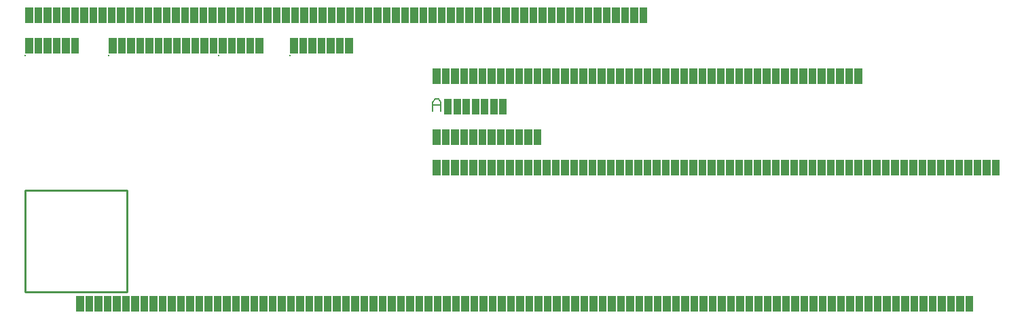
<source format=gbr>
G04 start of page 4 for group -3984 idx -3984 *
G04 Title: text on both sides, fab *
G04 Creator: <version>
G04 CreationDate: <date>
G04 For:  *
G04 Format: Gerber/RS-274X *
G04 PCB-Dimensions: 50000 50000 *
G04 PCB-Coordinate-Origin: lower left *
%MOIN*%
%FSLAX25Y25*%
%LNFAB*%
%ADD16C,0.0060*%
%ADD15C,0.0100*%
%ADD14C,0.0080*%
%ADD13C,0.0001*%
G54D13*G36*
X0Y125000D02*Y117500D01*
X3750D01*
Y125000D01*
X0D01*
G37*
G36*
X4500D02*Y117500D01*
X8250D01*
Y125000D01*
X4500D01*
G37*
G36*
X9000D02*Y117500D01*
X12750D01*
Y125000D01*
X9000D01*
G37*
G36*
X13500D02*Y117500D01*
X17250D01*
Y125000D01*
X13500D01*
G37*
G36*
X18000D02*Y117500D01*
X21750D01*
Y125000D01*
X18000D01*
G37*
G36*
X22500D02*Y117500D01*
X26250D01*
Y125000D01*
X22500D01*
G37*
G54D14*X0Y116500D03*
G54D13*G36*
X41000Y125000D02*Y117500D01*
X44750D01*
Y125000D01*
X41000D01*
G37*
G36*
X45500D02*Y117500D01*
X49250D01*
Y125000D01*
X45500D01*
G37*
G36*
X50000D02*Y117500D01*
X53750D01*
Y125000D01*
X50000D01*
G37*
G36*
X54500D02*Y117500D01*
X58250D01*
Y125000D01*
X54500D01*
G37*
G36*
X59000D02*Y117500D01*
X62750D01*
Y125000D01*
X59000D01*
G37*
G36*
X63500D02*Y117500D01*
X67250D01*
Y125000D01*
X63500D01*
G37*
G36*
X68000D02*Y117500D01*
X71750D01*
Y125000D01*
X68000D01*
G37*
G36*
X72500D02*Y117500D01*
X76250D01*
Y125000D01*
X72500D01*
G37*
G36*
X77000D02*Y117500D01*
X80750D01*
Y125000D01*
X77000D01*
G37*
G36*
X81500D02*Y117500D01*
X85250D01*
Y125000D01*
X81500D01*
G37*
G36*
X86000D02*Y117500D01*
X89750D01*
Y125000D01*
X86000D01*
G37*
G36*
X90500D02*Y117500D01*
X94250D01*
Y125000D01*
X90500D01*
G37*
G54D14*X41000Y116500D03*
G54D13*G36*
X95000Y125000D02*Y117500D01*
X98750D01*
Y125000D01*
X95000D01*
G37*
G36*
X99500D02*Y117500D01*
X103250D01*
Y125000D01*
X99500D01*
G37*
G36*
X104000D02*Y117500D01*
X107750D01*
Y125000D01*
X104000D01*
G37*
G36*
X108500D02*Y117500D01*
X112250D01*
Y125000D01*
X108500D01*
G37*
G36*
X113000D02*Y117500D01*
X116750D01*
Y125000D01*
X113000D01*
G37*
G54D14*X95000Y116500D03*
G54D13*G36*
X130000Y125000D02*Y117500D01*
X133750D01*
Y125000D01*
X130000D01*
G37*
G36*
X134500D02*Y117500D01*
X138250D01*
Y125000D01*
X134500D01*
G37*
G36*
X139000D02*Y117500D01*
X142750D01*
Y125000D01*
X139000D01*
G37*
G36*
X143500D02*Y117500D01*
X147250D01*
Y125000D01*
X143500D01*
G37*
G36*
X148000D02*Y117500D01*
X151750D01*
Y125000D01*
X148000D01*
G37*
G36*
X152500D02*Y117500D01*
X156250D01*
Y125000D01*
X152500D01*
G37*
G36*
X157000D02*Y117500D01*
X160750D01*
Y125000D01*
X157000D01*
G37*
G54D14*X130000Y116500D03*
G54D13*G36*
X0Y140000D02*Y132500D01*
X3750D01*
Y140000D01*
X0D01*
G37*
G36*
X4500D02*Y132500D01*
X8250D01*
Y140000D01*
X4500D01*
G37*
G36*
X9000D02*Y132500D01*
X12750D01*
Y140000D01*
X9000D01*
G37*
G36*
X13500D02*Y132500D01*
X17250D01*
Y140000D01*
X13500D01*
G37*
G36*
X18000D02*Y132500D01*
X21750D01*
Y140000D01*
X18000D01*
G37*
G36*
X22500D02*Y132500D01*
X26250D01*
Y140000D01*
X22500D01*
G37*
G36*
X27000D02*Y132500D01*
X30750D01*
Y140000D01*
X27000D01*
G37*
G36*
X31500D02*Y132500D01*
X35250D01*
Y140000D01*
X31500D01*
G37*
G36*
X36000D02*Y132500D01*
X39750D01*
Y140000D01*
X36000D01*
G37*
G36*
X40500D02*Y132500D01*
X44250D01*
Y140000D01*
X40500D01*
G37*
G36*
X45000D02*Y132500D01*
X48750D01*
Y140000D01*
X45000D01*
G37*
G36*
X49500D02*Y132500D01*
X53250D01*
Y140000D01*
X49500D01*
G37*
G36*
X54000D02*Y132500D01*
X57750D01*
Y140000D01*
X54000D01*
G37*
G36*
X58500D02*Y132500D01*
X62250D01*
Y140000D01*
X58500D01*
G37*
G36*
X63000D02*Y132500D01*
X66750D01*
Y140000D01*
X63000D01*
G37*
G36*
X67500D02*Y132500D01*
X71250D01*
Y140000D01*
X67500D01*
G37*
G36*
X72000D02*Y132500D01*
X75750D01*
Y140000D01*
X72000D01*
G37*
G36*
X76500D02*Y132500D01*
X80250D01*
Y140000D01*
X76500D01*
G37*
G36*
X81000D02*Y132500D01*
X84750D01*
Y140000D01*
X81000D01*
G37*
G36*
X85500D02*Y132500D01*
X89250D01*
Y140000D01*
X85500D01*
G37*
G36*
X90000D02*Y132500D01*
X93750D01*
Y140000D01*
X90000D01*
G37*
G36*
X94500D02*Y132500D01*
X98250D01*
Y140000D01*
X94500D01*
G37*
G36*
X99000D02*Y132500D01*
X102750D01*
Y140000D01*
X99000D01*
G37*
G36*
X103500D02*Y132500D01*
X107250D01*
Y140000D01*
X103500D01*
G37*
G36*
X108000D02*Y132500D01*
X111750D01*
Y140000D01*
X108000D01*
G37*
G36*
X112500D02*Y132500D01*
X116250D01*
Y140000D01*
X112500D01*
G37*
G36*
X117000D02*Y132500D01*
X120750D01*
Y140000D01*
X117000D01*
G37*
G36*
X121500D02*Y132500D01*
X125250D01*
Y140000D01*
X121500D01*
G37*
G36*
X126000D02*Y132500D01*
X129750D01*
Y140000D01*
X126000D01*
G37*
G36*
X130500D02*Y132500D01*
X134250D01*
Y140000D01*
X130500D01*
G37*
G36*
X135000D02*Y132500D01*
X138750D01*
Y140000D01*
X135000D01*
G37*
G36*
X139500D02*Y132500D01*
X143250D01*
Y140000D01*
X139500D01*
G37*
G36*
X144000D02*Y132500D01*
X147750D01*
Y140000D01*
X144000D01*
G37*
G36*
X148500D02*Y132500D01*
X152250D01*
Y140000D01*
X148500D01*
G37*
G36*
X153000D02*Y132500D01*
X156750D01*
Y140000D01*
X153000D01*
G37*
G36*
X157500D02*Y132500D01*
X161250D01*
Y140000D01*
X157500D01*
G37*
G36*
X162000D02*Y132500D01*
X165750D01*
Y140000D01*
X162000D01*
G37*
G36*
X166500D02*Y132500D01*
X170250D01*
Y140000D01*
X166500D01*
G37*
G36*
X171000D02*Y132500D01*
X174750D01*
Y140000D01*
X171000D01*
G37*
G36*
X175500D02*Y132500D01*
X179250D01*
Y140000D01*
X175500D01*
G37*
G36*
X180000D02*Y132500D01*
X183750D01*
Y140000D01*
X180000D01*
G37*
G36*
X184500D02*Y132500D01*
X188250D01*
Y140000D01*
X184500D01*
G37*
G36*
X189000D02*Y132500D01*
X192750D01*
Y140000D01*
X189000D01*
G37*
G36*
X193500D02*Y132500D01*
X197250D01*
Y140000D01*
X193500D01*
G37*
G36*
X198000D02*Y132500D01*
X201750D01*
Y140000D01*
X198000D01*
G37*
G36*
X202500D02*Y132500D01*
X206250D01*
Y140000D01*
X202500D01*
G37*
G36*
X207000D02*Y132500D01*
X210750D01*
Y140000D01*
X207000D01*
G37*
G36*
X211500D02*Y132500D01*
X215250D01*
Y140000D01*
X211500D01*
G37*
G36*
X216000D02*Y132500D01*
X219750D01*
Y140000D01*
X216000D01*
G37*
G36*
X220500D02*Y132500D01*
X224250D01*
Y140000D01*
X220500D01*
G37*
G36*
X225000D02*Y132500D01*
X228750D01*
Y140000D01*
X225000D01*
G37*
G36*
X229500D02*Y132500D01*
X233250D01*
Y140000D01*
X229500D01*
G37*
G36*
X234000D02*Y132500D01*
X237750D01*
Y140000D01*
X234000D01*
G37*
G36*
X238500D02*Y132500D01*
X242250D01*
Y140000D01*
X238500D01*
G37*
G36*
X243000D02*Y132500D01*
X246750D01*
Y140000D01*
X243000D01*
G37*
G36*
X247500D02*Y132500D01*
X251250D01*
Y140000D01*
X247500D01*
G37*
G36*
X252000D02*Y132500D01*
X255750D01*
Y140000D01*
X252000D01*
G37*
G36*
X256500D02*Y132500D01*
X260250D01*
Y140000D01*
X256500D01*
G37*
G36*
X261000D02*Y132500D01*
X264750D01*
Y140000D01*
X261000D01*
G37*
G36*
X265500D02*Y132500D01*
X269250D01*
Y140000D01*
X265500D01*
G37*
G36*
X270000D02*Y132500D01*
X273750D01*
Y140000D01*
X270000D01*
G37*
G36*
X274500D02*Y132500D01*
X278250D01*
Y140000D01*
X274500D01*
G37*
G36*
X279000D02*Y132500D01*
X282750D01*
Y140000D01*
X279000D01*
G37*
G36*
X283500D02*Y132500D01*
X287250D01*
Y140000D01*
X283500D01*
G37*
G36*
X288000D02*Y132500D01*
X291750D01*
Y140000D01*
X288000D01*
G37*
G36*
X292500D02*Y132500D01*
X296250D01*
Y140000D01*
X292500D01*
G37*
G36*
X297000D02*Y132500D01*
X300750D01*
Y140000D01*
X297000D01*
G37*
G36*
X301500D02*Y132500D01*
X305250D01*
Y140000D01*
X301500D01*
G37*
G54D15*X0Y50000D02*X50000D01*
X0D02*Y0D01*
X50000Y50000D02*Y0D01*
X0D02*X50000D01*
G54D13*G36*
X200000Y65000D02*Y57500D01*
X203750D01*
Y65000D01*
X200000D01*
G37*
G36*
X204500D02*Y57500D01*
X208250D01*
Y65000D01*
X204500D01*
G37*
G36*
X209000D02*Y57500D01*
X212750D01*
Y65000D01*
X209000D01*
G37*
G36*
X213500D02*Y57500D01*
X217250D01*
Y65000D01*
X213500D01*
G37*
G36*
X218000D02*Y57500D01*
X221750D01*
Y65000D01*
X218000D01*
G37*
G36*
X222500D02*Y57500D01*
X226250D01*
Y65000D01*
X222500D01*
G37*
G36*
X227000D02*Y57500D01*
X230750D01*
Y65000D01*
X227000D01*
G37*
G36*
X231500D02*Y57500D01*
X235250D01*
Y65000D01*
X231500D01*
G37*
G36*
X236000D02*Y57500D01*
X239750D01*
Y65000D01*
X236000D01*
G37*
G36*
X240500D02*Y57500D01*
X244250D01*
Y65000D01*
X240500D01*
G37*
G36*
X245000D02*Y57500D01*
X248750D01*
Y65000D01*
X245000D01*
G37*
G36*
X249500D02*Y57500D01*
X253250D01*
Y65000D01*
X249500D01*
G37*
G36*
X254000D02*Y57500D01*
X257750D01*
Y65000D01*
X254000D01*
G37*
G36*
X258500D02*Y57500D01*
X262250D01*
Y65000D01*
X258500D01*
G37*
G36*
X263000D02*Y57500D01*
X266750D01*
Y65000D01*
X263000D01*
G37*
G36*
X267500D02*Y57500D01*
X271250D01*
Y65000D01*
X267500D01*
G37*
G36*
X272000D02*Y57500D01*
X275750D01*
Y65000D01*
X272000D01*
G37*
G36*
X276500D02*Y57500D01*
X280250D01*
Y65000D01*
X276500D01*
G37*
G36*
X281000D02*Y57500D01*
X284750D01*
Y65000D01*
X281000D01*
G37*
G36*
X285500D02*Y57500D01*
X289250D01*
Y65000D01*
X285500D01*
G37*
G36*
X290000D02*Y57500D01*
X293750D01*
Y65000D01*
X290000D01*
G37*
G36*
X294500D02*Y57500D01*
X298250D01*
Y65000D01*
X294500D01*
G37*
G36*
X299000D02*Y57500D01*
X302750D01*
Y65000D01*
X299000D01*
G37*
G36*
X303500D02*Y57500D01*
X307250D01*
Y65000D01*
X303500D01*
G37*
G36*
X308000D02*Y57500D01*
X311750D01*
Y65000D01*
X308000D01*
G37*
G36*
X312500D02*Y57500D01*
X316250D01*
Y65000D01*
X312500D01*
G37*
G36*
X317000D02*Y57500D01*
X320750D01*
Y65000D01*
X317000D01*
G37*
G36*
X321500D02*Y57500D01*
X325250D01*
Y65000D01*
X321500D01*
G37*
G36*
X326000D02*Y57500D01*
X329750D01*
Y65000D01*
X326000D01*
G37*
G36*
X330500D02*Y57500D01*
X334250D01*
Y65000D01*
X330500D01*
G37*
G36*
X335000D02*Y57500D01*
X338750D01*
Y65000D01*
X335000D01*
G37*
G36*
X339500D02*Y57500D01*
X343250D01*
Y65000D01*
X339500D01*
G37*
G36*
X344000D02*Y57500D01*
X347750D01*
Y65000D01*
X344000D01*
G37*
G36*
X348500D02*Y57500D01*
X352250D01*
Y65000D01*
X348500D01*
G37*
G36*
X353000D02*Y57500D01*
X356750D01*
Y65000D01*
X353000D01*
G37*
G36*
X357500D02*Y57500D01*
X361250D01*
Y65000D01*
X357500D01*
G37*
G36*
X362000D02*Y57500D01*
X365750D01*
Y65000D01*
X362000D01*
G37*
G36*
X366500D02*Y57500D01*
X370250D01*
Y65000D01*
X366500D01*
G37*
G36*
X371000D02*Y57500D01*
X374750D01*
Y65000D01*
X371000D01*
G37*
G36*
X375500D02*Y57500D01*
X379250D01*
Y65000D01*
X375500D01*
G37*
G36*
X380000D02*Y57500D01*
X383750D01*
Y65000D01*
X380000D01*
G37*
G36*
X384500D02*Y57500D01*
X388250D01*
Y65000D01*
X384500D01*
G37*
G36*
X389000D02*Y57500D01*
X392750D01*
Y65000D01*
X389000D01*
G37*
G36*
X393500D02*Y57500D01*
X397250D01*
Y65000D01*
X393500D01*
G37*
G36*
X398000D02*Y57500D01*
X401750D01*
Y65000D01*
X398000D01*
G37*
G36*
X402500D02*Y57500D01*
X406250D01*
Y65000D01*
X402500D01*
G37*
G36*
X407000D02*Y57500D01*
X410750D01*
Y65000D01*
X407000D01*
G37*
G36*
X411500D02*Y57500D01*
X415250D01*
Y65000D01*
X411500D01*
G37*
G36*
X416000D02*Y57500D01*
X419750D01*
Y65000D01*
X416000D01*
G37*
G36*
X420500D02*Y57500D01*
X424250D01*
Y65000D01*
X420500D01*
G37*
G36*
X425000D02*Y57500D01*
X428750D01*
Y65000D01*
X425000D01*
G37*
G36*
X429500D02*Y57500D01*
X433250D01*
Y65000D01*
X429500D01*
G37*
G36*
X434000D02*Y57500D01*
X437750D01*
Y65000D01*
X434000D01*
G37*
G36*
X438500D02*Y57500D01*
X442250D01*
Y65000D01*
X438500D01*
G37*
G36*
X443000D02*Y57500D01*
X446750D01*
Y65000D01*
X443000D01*
G37*
G36*
X447500D02*Y57500D01*
X451250D01*
Y65000D01*
X447500D01*
G37*
G36*
X452000D02*Y57500D01*
X455750D01*
Y65000D01*
X452000D01*
G37*
G36*
X456500D02*Y57500D01*
X460250D01*
Y65000D01*
X456500D01*
G37*
G36*
X461000D02*Y57500D01*
X464750D01*
Y65000D01*
X461000D01*
G37*
G36*
X465500D02*Y57500D01*
X469250D01*
Y65000D01*
X465500D01*
G37*
G36*
X470000D02*Y57500D01*
X473750D01*
Y65000D01*
X470000D01*
G37*
G36*
X474500D02*Y57500D01*
X478250D01*
Y65000D01*
X474500D01*
G37*
G36*
X25000Y-2000D02*Y-9500D01*
X28750D01*
Y-2000D01*
X25000D01*
G37*
G36*
X29500D02*Y-9500D01*
X33250D01*
Y-2000D01*
X29500D01*
G37*
G36*
X34000D02*Y-9500D01*
X37750D01*
Y-2000D01*
X34000D01*
G37*
G36*
X38500D02*Y-9500D01*
X42250D01*
Y-2000D01*
X38500D01*
G37*
G36*
X43000D02*Y-9500D01*
X46750D01*
Y-2000D01*
X43000D01*
G37*
G36*
X47500D02*Y-9500D01*
X51250D01*
Y-2000D01*
X47500D01*
G37*
G36*
X52000D02*Y-9500D01*
X55750D01*
Y-2000D01*
X52000D01*
G37*
G36*
X56500D02*Y-9500D01*
X60250D01*
Y-2000D01*
X56500D01*
G37*
G36*
X61000D02*Y-9500D01*
X64750D01*
Y-2000D01*
X61000D01*
G37*
G36*
X65500D02*Y-9500D01*
X69250D01*
Y-2000D01*
X65500D01*
G37*
G36*
X70000D02*Y-9500D01*
X73750D01*
Y-2000D01*
X70000D01*
G37*
G36*
X74500D02*Y-9500D01*
X78250D01*
Y-2000D01*
X74500D01*
G37*
G36*
X79000D02*Y-9500D01*
X82750D01*
Y-2000D01*
X79000D01*
G37*
G36*
X83500D02*Y-9500D01*
X87250D01*
Y-2000D01*
X83500D01*
G37*
G36*
X88000D02*Y-9500D01*
X91750D01*
Y-2000D01*
X88000D01*
G37*
G36*
X92500D02*Y-9500D01*
X96250D01*
Y-2000D01*
X92500D01*
G37*
G36*
X97000D02*Y-9500D01*
X100750D01*
Y-2000D01*
X97000D01*
G37*
G36*
X101500D02*Y-9500D01*
X105250D01*
Y-2000D01*
X101500D01*
G37*
G36*
X106000D02*Y-9500D01*
X109750D01*
Y-2000D01*
X106000D01*
G37*
G36*
X110500D02*Y-9500D01*
X114250D01*
Y-2000D01*
X110500D01*
G37*
G36*
X115000D02*Y-9500D01*
X118750D01*
Y-2000D01*
X115000D01*
G37*
G36*
X119500D02*Y-9500D01*
X123250D01*
Y-2000D01*
X119500D01*
G37*
G36*
X124000D02*Y-9500D01*
X127750D01*
Y-2000D01*
X124000D01*
G37*
G36*
X128500D02*Y-9500D01*
X132250D01*
Y-2000D01*
X128500D01*
G37*
G36*
X133000D02*Y-9500D01*
X136750D01*
Y-2000D01*
X133000D01*
G37*
G36*
X137500D02*Y-9500D01*
X141250D01*
Y-2000D01*
X137500D01*
G37*
G36*
X142000D02*Y-9500D01*
X145750D01*
Y-2000D01*
X142000D01*
G37*
G36*
X146500D02*Y-9500D01*
X150250D01*
Y-2000D01*
X146500D01*
G37*
G36*
X151000D02*Y-9500D01*
X154750D01*
Y-2000D01*
X151000D01*
G37*
G36*
X155500D02*Y-9500D01*
X159250D01*
Y-2000D01*
X155500D01*
G37*
G36*
X160000D02*Y-9500D01*
X163750D01*
Y-2000D01*
X160000D01*
G37*
G36*
X164500D02*Y-9500D01*
X168250D01*
Y-2000D01*
X164500D01*
G37*
G36*
X169000D02*Y-9500D01*
X172750D01*
Y-2000D01*
X169000D01*
G37*
G36*
X173500D02*Y-9500D01*
X177250D01*
Y-2000D01*
X173500D01*
G37*
G36*
X178000D02*Y-9500D01*
X181750D01*
Y-2000D01*
X178000D01*
G37*
G36*
X182500D02*Y-9500D01*
X186250D01*
Y-2000D01*
X182500D01*
G37*
G36*
X187000D02*Y-9500D01*
X190750D01*
Y-2000D01*
X187000D01*
G37*
G36*
X191500D02*Y-9500D01*
X195250D01*
Y-2000D01*
X191500D01*
G37*
G36*
X196000D02*Y-9500D01*
X199750D01*
Y-2000D01*
X196000D01*
G37*
G36*
X200500D02*Y-9500D01*
X204250D01*
Y-2000D01*
X200500D01*
G37*
G36*
X205000D02*Y-9500D01*
X208750D01*
Y-2000D01*
X205000D01*
G37*
G36*
X209500D02*Y-9500D01*
X213250D01*
Y-2000D01*
X209500D01*
G37*
G36*
X214000D02*Y-9500D01*
X217750D01*
Y-2000D01*
X214000D01*
G37*
G36*
X218500D02*Y-9500D01*
X222250D01*
Y-2000D01*
X218500D01*
G37*
G36*
X223000D02*Y-9500D01*
X226750D01*
Y-2000D01*
X223000D01*
G37*
G36*
X227500D02*Y-9500D01*
X231250D01*
Y-2000D01*
X227500D01*
G37*
G36*
X232000D02*Y-9500D01*
X235750D01*
Y-2000D01*
X232000D01*
G37*
G36*
X236500D02*Y-9500D01*
X240250D01*
Y-2000D01*
X236500D01*
G37*
G36*
X241000D02*Y-9500D01*
X244750D01*
Y-2000D01*
X241000D01*
G37*
G36*
X245500D02*Y-9500D01*
X249250D01*
Y-2000D01*
X245500D01*
G37*
G36*
X250000D02*Y-9500D01*
X253750D01*
Y-2000D01*
X250000D01*
G37*
G36*
X254500D02*Y-9500D01*
X258250D01*
Y-2000D01*
X254500D01*
G37*
G36*
X259000D02*Y-9500D01*
X262750D01*
Y-2000D01*
X259000D01*
G37*
G36*
X263500D02*Y-9500D01*
X267250D01*
Y-2000D01*
X263500D01*
G37*
G36*
X268000D02*Y-9500D01*
X271750D01*
Y-2000D01*
X268000D01*
G37*
G36*
X272500D02*Y-9500D01*
X276250D01*
Y-2000D01*
X272500D01*
G37*
G36*
X277000D02*Y-9500D01*
X280750D01*
Y-2000D01*
X277000D01*
G37*
G36*
X281500D02*Y-9500D01*
X285250D01*
Y-2000D01*
X281500D01*
G37*
G36*
X286000D02*Y-9500D01*
X289750D01*
Y-2000D01*
X286000D01*
G37*
G36*
X290500D02*Y-9500D01*
X294250D01*
Y-2000D01*
X290500D01*
G37*
G36*
X295000D02*Y-9500D01*
X298750D01*
Y-2000D01*
X295000D01*
G37*
G36*
X299500D02*Y-9500D01*
X303250D01*
Y-2000D01*
X299500D01*
G37*
G36*
X304000D02*Y-9500D01*
X307750D01*
Y-2000D01*
X304000D01*
G37*
G36*
X308500D02*Y-9500D01*
X312250D01*
Y-2000D01*
X308500D01*
G37*
G36*
X313000D02*Y-9500D01*
X316750D01*
Y-2000D01*
X313000D01*
G37*
G36*
X317500D02*Y-9500D01*
X321250D01*
Y-2000D01*
X317500D01*
G37*
G36*
X322000D02*Y-9500D01*
X325750D01*
Y-2000D01*
X322000D01*
G37*
G36*
X326500D02*Y-9500D01*
X330250D01*
Y-2000D01*
X326500D01*
G37*
G36*
X331000D02*Y-9500D01*
X334750D01*
Y-2000D01*
X331000D01*
G37*
G36*
X335500D02*Y-9500D01*
X339250D01*
Y-2000D01*
X335500D01*
G37*
G36*
X340000D02*Y-9500D01*
X343750D01*
Y-2000D01*
X340000D01*
G37*
G36*
X344500D02*Y-9500D01*
X348250D01*
Y-2000D01*
X344500D01*
G37*
G36*
X349000D02*Y-9500D01*
X352750D01*
Y-2000D01*
X349000D01*
G37*
G36*
X353500D02*Y-9500D01*
X357250D01*
Y-2000D01*
X353500D01*
G37*
G36*
X358000D02*Y-9500D01*
X361750D01*
Y-2000D01*
X358000D01*
G37*
G36*
X362500D02*Y-9500D01*
X366250D01*
Y-2000D01*
X362500D01*
G37*
G36*
X367000D02*Y-9500D01*
X370750D01*
Y-2000D01*
X367000D01*
G37*
G36*
X371500D02*Y-9500D01*
X375250D01*
Y-2000D01*
X371500D01*
G37*
G36*
X376000D02*Y-9500D01*
X379750D01*
Y-2000D01*
X376000D01*
G37*
G36*
X380500D02*Y-9500D01*
X384250D01*
Y-2000D01*
X380500D01*
G37*
G36*
X385000D02*Y-9500D01*
X388750D01*
Y-2000D01*
X385000D01*
G37*
G36*
X389500D02*Y-9500D01*
X393250D01*
Y-2000D01*
X389500D01*
G37*
G36*
X394000D02*Y-9500D01*
X397750D01*
Y-2000D01*
X394000D01*
G37*
G36*
X398500D02*Y-9500D01*
X402250D01*
Y-2000D01*
X398500D01*
G37*
G36*
X403000D02*Y-9500D01*
X406750D01*
Y-2000D01*
X403000D01*
G37*
G36*
X407500D02*Y-9500D01*
X411251D01*
Y-2000D01*
X407500D01*
G37*
G36*
X412001D02*Y-9500D01*
X415751D01*
Y-2000D01*
X412001D01*
G37*
G36*
X416501D02*Y-9500D01*
X420251D01*
Y-2000D01*
X416501D01*
G37*
G36*
X421001D02*Y-9500D01*
X424751D01*
Y-2000D01*
X421001D01*
G37*
G36*
X425501D02*Y-9500D01*
X429251D01*
Y-2000D01*
X425501D01*
G37*
G36*
X430001D02*Y-9500D01*
X433751D01*
Y-2000D01*
X430001D01*
G37*
G36*
X434501D02*Y-9500D01*
X438251D01*
Y-2000D01*
X434501D01*
G37*
G36*
X439001D02*Y-9500D01*
X442751D01*
Y-2000D01*
X439001D01*
G37*
G36*
X443501D02*Y-9500D01*
X447251D01*
Y-2000D01*
X443501D01*
G37*
G36*
X448001D02*Y-9500D01*
X451751D01*
Y-2000D01*
X448001D01*
G37*
G36*
X452501D02*Y-9500D01*
X456251D01*
Y-2000D01*
X452501D01*
G37*
G36*
X457001D02*Y-9500D01*
X460751D01*
Y-2000D01*
X457001D01*
G37*
G36*
X461501D02*Y-9500D01*
X465251D01*
Y-2000D01*
X461501D01*
G37*
G36*
X200000Y80000D02*Y72500D01*
X203750D01*
Y80000D01*
X200000D01*
G37*
G36*
X204500D02*Y72500D01*
X208250D01*
Y80000D01*
X204500D01*
G37*
G36*
X209000D02*Y72500D01*
X212750D01*
Y80000D01*
X209000D01*
G37*
G36*
X213500D02*Y72500D01*
X217250D01*
Y80000D01*
X213500D01*
G37*
G36*
X218000D02*Y72500D01*
X221750D01*
Y80000D01*
X218000D01*
G37*
G36*
X222500D02*Y72500D01*
X226250D01*
Y80000D01*
X222500D01*
G37*
G36*
X227000D02*Y72500D01*
X230750D01*
Y80000D01*
X227000D01*
G37*
G36*
X231500D02*Y72500D01*
X235250D01*
Y80000D01*
X231500D01*
G37*
G36*
X236000D02*Y72500D01*
X239750D01*
Y80000D01*
X236000D01*
G37*
G36*
X240500D02*Y72500D01*
X244250D01*
Y80000D01*
X240500D01*
G37*
G36*
X245000D02*Y72500D01*
X248750D01*
Y80000D01*
X245000D01*
G37*
G36*
X249500D02*Y72500D01*
X253250D01*
Y80000D01*
X249500D01*
G37*
G54D16*X200000Y93500D02*Y89000D01*
Y93500D02*X201050Y95000D01*
X202700D01*
X203750Y93500D01*
Y89000D01*
X200000Y92000D02*X203750D01*
G54D13*G36*
X205550Y95000D02*Y87500D01*
X209300D01*
Y95000D01*
X205550D01*
G37*
G36*
X210050D02*Y87500D01*
X213800D01*
Y95000D01*
X210050D01*
G37*
G36*
X214550D02*Y87500D01*
X218300D01*
Y95000D01*
X214550D01*
G37*
G36*
X219050D02*Y87500D01*
X222800D01*
Y95000D01*
X219050D01*
G37*
G36*
X223550D02*Y87500D01*
X227300D01*
Y95000D01*
X223550D01*
G37*
G36*
X228050D02*Y87500D01*
X231800D01*
Y95000D01*
X228050D01*
G37*
G36*
X232550D02*Y87500D01*
X236300D01*
Y95000D01*
X232550D01*
G37*
G36*
X200000Y110000D02*Y102500D01*
X203750D01*
Y110000D01*
X200000D01*
G37*
G36*
X204500D02*Y102500D01*
X208250D01*
Y110000D01*
X204500D01*
G37*
G36*
X209000D02*Y102500D01*
X212750D01*
Y110000D01*
X209000D01*
G37*
G36*
X213500D02*Y102500D01*
X217250D01*
Y110000D01*
X213500D01*
G37*
G36*
X218000D02*Y102500D01*
X221750D01*
Y110000D01*
X218000D01*
G37*
G36*
X222500D02*Y102500D01*
X226250D01*
Y110000D01*
X222500D01*
G37*
G36*
X227000D02*Y102500D01*
X230750D01*
Y110000D01*
X227000D01*
G37*
G36*
X231500D02*Y102500D01*
X235250D01*
Y110000D01*
X231500D01*
G37*
G36*
X236000D02*Y102500D01*
X239750D01*
Y110000D01*
X236000D01*
G37*
G36*
X240500D02*Y102500D01*
X244250D01*
Y110000D01*
X240500D01*
G37*
G36*
X245000D02*Y102500D01*
X248750D01*
Y110000D01*
X245000D01*
G37*
G36*
X249500D02*Y102500D01*
X253250D01*
Y110000D01*
X249500D01*
G37*
G36*
X254000D02*Y102500D01*
X257750D01*
Y110000D01*
X254000D01*
G37*
G36*
X258500D02*Y102500D01*
X262250D01*
Y110000D01*
X258500D01*
G37*
G36*
X263000D02*Y102500D01*
X266750D01*
Y110000D01*
X263000D01*
G37*
G36*
X267500D02*Y102500D01*
X271250D01*
Y110000D01*
X267500D01*
G37*
G36*
X272000D02*Y102500D01*
X275750D01*
Y110000D01*
X272000D01*
G37*
G36*
X276500D02*Y102500D01*
X280250D01*
Y110000D01*
X276500D01*
G37*
G36*
X281000D02*Y102500D01*
X284750D01*
Y110000D01*
X281000D01*
G37*
G36*
X285500D02*Y102500D01*
X289250D01*
Y110000D01*
X285500D01*
G37*
G36*
X290000D02*Y102500D01*
X293750D01*
Y110000D01*
X290000D01*
G37*
G36*
X294500D02*Y102500D01*
X298250D01*
Y110000D01*
X294500D01*
G37*
G36*
X299000D02*Y102500D01*
X302750D01*
Y110000D01*
X299000D01*
G37*
G36*
X303500D02*Y102500D01*
X307250D01*
Y110000D01*
X303500D01*
G37*
G36*
X308000D02*Y102500D01*
X311750D01*
Y110000D01*
X308000D01*
G37*
G36*
X312500D02*Y102500D01*
X316250D01*
Y110000D01*
X312500D01*
G37*
G36*
X317000D02*Y102500D01*
X320750D01*
Y110000D01*
X317000D01*
G37*
G36*
X321500D02*Y102500D01*
X325250D01*
Y110000D01*
X321500D01*
G37*
G36*
X326000D02*Y102500D01*
X329750D01*
Y110000D01*
X326000D01*
G37*
G36*
X330500D02*Y102500D01*
X334250D01*
Y110000D01*
X330500D01*
G37*
G36*
X335000D02*Y102500D01*
X338750D01*
Y110000D01*
X335000D01*
G37*
G36*
X339500D02*Y102500D01*
X343250D01*
Y110000D01*
X339500D01*
G37*
G36*
X344000D02*Y102500D01*
X347750D01*
Y110000D01*
X344000D01*
G37*
G36*
X348500D02*Y102500D01*
X352250D01*
Y110000D01*
X348500D01*
G37*
G36*
X353000D02*Y102500D01*
X356750D01*
Y110000D01*
X353000D01*
G37*
G36*
X357500D02*Y102500D01*
X361250D01*
Y110000D01*
X357500D01*
G37*
G36*
X362000D02*Y102500D01*
X365750D01*
Y110000D01*
X362000D01*
G37*
G36*
X366500D02*Y102500D01*
X370250D01*
Y110000D01*
X366500D01*
G37*
G36*
X371000D02*Y102500D01*
X374750D01*
Y110000D01*
X371000D01*
G37*
G36*
X375500D02*Y102500D01*
X379250D01*
Y110000D01*
X375500D01*
G37*
G36*
X380000D02*Y102500D01*
X383750D01*
Y110000D01*
X380000D01*
G37*
G36*
X384500D02*Y102500D01*
X388250D01*
Y110000D01*
X384500D01*
G37*
G36*
X389000D02*Y102500D01*
X392750D01*
Y110000D01*
X389000D01*
G37*
G36*
X393500D02*Y102500D01*
X397250D01*
Y110000D01*
X393500D01*
G37*
G36*
X398000D02*Y102500D01*
X401750D01*
Y110000D01*
X398000D01*
G37*
G36*
X402500D02*Y102500D01*
X406250D01*
Y110000D01*
X402500D01*
G37*
G36*
X407000D02*Y102500D01*
X410750D01*
Y110000D01*
X407000D01*
G37*
M02*

</source>
